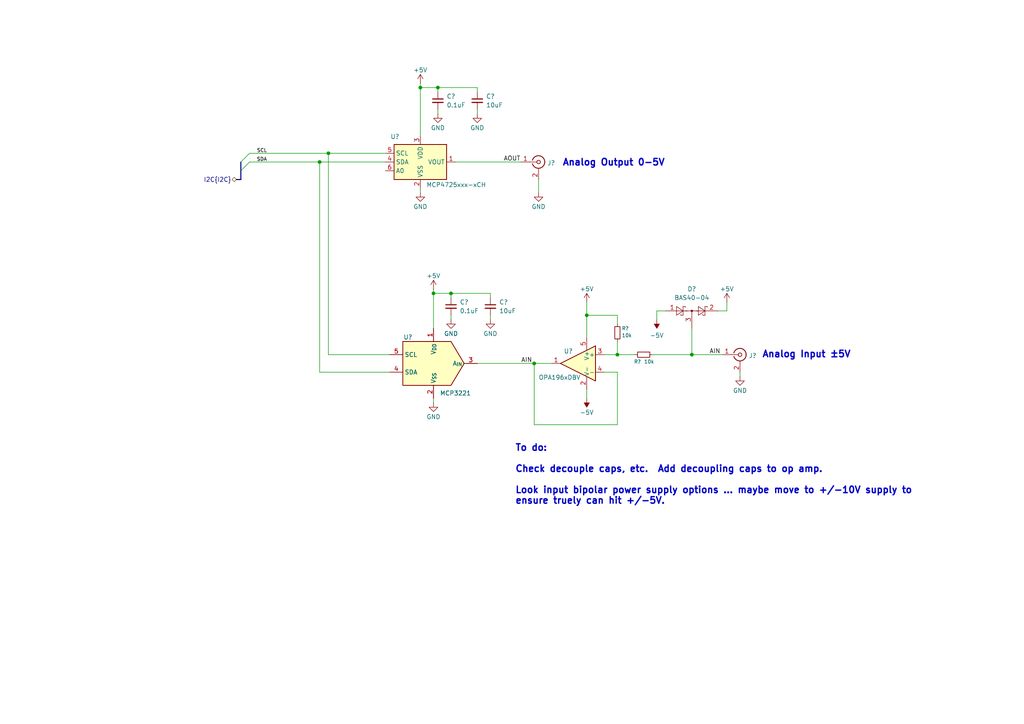
<source format=kicad_sch>
(kicad_sch (version 20250114) (generator "eeschema") (generator_version "9.0")
  (paper "A4")
  (lib_symbols
    (symbol "Amplifier_Operational:OPA196xDBV" (pin_names (offset 0.127))
      (property "Reference" "U" (at -1.27 6.35 0))
      (property "Value" "OPA196xDBV" (at -1.27 3.81 0))
      (symbol "OPA196xDBV_0_1"
        (polyline (pts (xy -5.08 5.08) (xy 5.08 0) (xy -5.08 -5.08) (xy -5.08 5.08)) (stroke (width 0.254)) (fill (type background)))
        (pin power_in line (at -2.54 7.62 270) (length 3.81) (name "V+") (number "5"))
        (pin power_in line (at -2.54 -7.62 90) (length 3.81) (name "V-") (number "2"))
      )
      (symbol "OPA196xDBV_1_1"
        (pin input line (at -7.62 2.54 0) (length 2.54) (name "+") (number "3"))
        (pin input line (at -7.62 -2.54 0) (length 2.54) (name "-") (number "4"))
        (pin output line (at 7.62 0 180) (length 2.54) (name "~") (number "1"))
      )
    )
    (symbol "Analog_ADC:MCP3221"
      (property "Reference" "U" (at -7.112 7.874 0))
      (property "Value" "MCP3221" (at 7.62 7.874 0))
      (symbol "MCP3221_0_1"
        (polyline (pts (xy -5.08 6.35) (xy 8.89 6.35) (xy 8.89 0) (xy 8.89 -6.35) (xy -5.08 -6.35) (xy -8.89 0) (xy -5.08 6.35)) (stroke (width 0.254)) (fill (type background)))
      )
      (symbol "MCP3221_1_1"
        (pin input line (at -12.7 0 0) (length 3.81) (name "A_{IN}") (number "3"))
        (pin power_in line (at 0 10.16 270) (length 3.81) (name "V_{DD}") (number "1"))
        (pin power_in line (at 0 -10.16 90) (length 3.81) (name "V_{SS}") (number "2"))
        (pin input line (at 12.7 2.54 180) (length 3.81) (name "SCL") (number "5"))
        (pin bidirectional line (at 12.7 -2.54 180) (length 3.81) (name "SDA") (number "4"))
      )
    )
    (symbol "Analog_DAC:MCP4725xxx-xCH"
      (property "Reference" "U" (at -6.35 6.35 0))
      (property "Value" "MCP4725xxx-xCH" (at 8.89 6.35 0))
      (symbol "MCP4725xxx-xCH_0_1"
        (rectangle (start -7.62 5.08) (end 7.62 -5.08) (stroke (width 0.254)) (fill (type background)))
      )
      (symbol "MCP4725xxx-xCH_1_1"
        (pin input line (at -10.16 2.54 0) (length 2.54) (name "SCL") (number "5"))
        (pin bidirectional line (at -10.16 0 0) (length 2.54) (name "SDA") (number "4"))
        (pin input line (at -10.16 -2.54 0) (length 2.54) (name "A0") (number "6"))
        (pin power_in line (at 0 7.62 270) (length 2.54) (name "VDD") (number "3"))
        (pin power_in line (at 0 -7.62 90) (length 2.54) (name "VSS") (number "2"))
        (pin output line (at 10.16 0 180) (length 2.54) (name "VOUT") (number "1"))
      )
    )
    (symbol "Connector:Conn_Coaxial" (pin_names (offset 1.016) (hide yes))
      (property "Reference" "J" (at 0.254 3.048 0))
      (property "Value" "Conn_Coaxial" (at 2.921 0 90))
      (symbol "Conn_Coaxial_0_1"
        (polyline (pts (xy -2.54 0) (xy -0.508 0)))
        (arc (start 1.778 0) (mid 0.222 -1.8079) (end -1.778 -0.508) (stroke (width 0.254)))
        (arc (start -1.778 0.508) (mid 0.2221 1.8084) (end 1.778 0) (stroke (width 0.254)))
        (circle (center 0 0) (radius 0.508) (stroke (width 0.2032)))
        (polyline (pts (xy 0 -2.54) (xy 0 -1.778)))
      )
      (symbol "Conn_Coaxial_1_1"
        (pin passive line (at -5.08 0 0) (length 2.54) (name "In") (number "1"))
        (pin passive line (at 0 -5.08 90) (length 2.54) (name "Ext") (number "2"))
      )
    )
    (symbol "Device:C_Small" (pin_numbers (hide yes)) (pin_names (offset 0.254) (hide yes))
      (property "Reference" "C" (at 0.254 1.778 0))
      (property "Value" "C_Small" (at 0.254 -2.032 0))
      (symbol "C_Small_0_1"
        (polyline (pts (xy -1.524 0.508) (xy 1.524 0.508)) (stroke (width 0.3048)))
        (polyline (pts (xy -1.524 -0.508) (xy 1.524 -0.508)) (stroke (width 0.3302)))
      )
      (symbol "C_Small_1_1"
        (pin passive line (at 0 2.54 270) (length 2.032) (name "~") (number "1"))
        (pin passive line (at 0 -2.54 90) (length 2.032) (name "~") (number "2"))
      )
    )
    (symbol "Device:R_Small" (pin_numbers (hide yes)) (pin_names (offset 0.254) (hide yes))
      (property "Reference" "R" (at 0 0 90))
      (property "Value" "R_Small" (at 1.778 0 90))
      (symbol "R_Small_0_1"
        (rectangle (start -0.762 1.778) (end 0.762 -1.778) (stroke (width 0.2032)))
      )
      (symbol "R_Small_1_1"
        (pin passive line (at 0 2.54 270) (length 0.762) (name "~") (number "1"))
        (pin passive line (at 0 -2.54 90) (length 0.762) (name "~") (number "2"))
      )
    )
    (symbol "Diode:BAS40-04" (pin_names (offset 1.016))
      (property "Reference" "D" (at 0.635 -1.27 0))
      (property "Value" "BAS40-04" (at -6.35 5.715 0))
      (symbol "BAS40-04_0_1"
        (polyline (pts (xy -4.445 3.81) (xy -4.445 1.27) (xy -2.54 2.54) (xy -4.445 3.81)))
        (polyline (pts (xy -3.81 2.54) (xy -1.27 2.54)))
        (polyline (pts (xy -3.175 1.27) (xy -3.175 1.524)))
        (polyline (pts (xy -2.54 3.81) (xy -1.905 3.81)))
        (polyline (pts (xy -2.54 1.27) (xy -3.175 1.27)))
        (polyline (pts (xy -2.54 1.27) (xy -2.54 3.81)))
        (polyline (pts (xy -1.905 3.81) (xy -1.905 3.556)))
        (polyline (pts (xy -1.905 2.54) (xy 1.905 2.54)))
        (circle (center 0 2.54) (radius 0.254) (fill (type outline)))
        (polyline (pts (xy 1.27 2.54) (xy 3.81 2.54)))
        (polyline (pts (xy 1.905 3.81) (xy 1.905 1.27) (xy 3.81 2.54) (xy 1.905 3.81)))
        (polyline (pts (xy 3.175 1.27) (xy 3.175 1.524)))
        (polyline (pts (xy 3.81 3.81) (xy 4.445 3.81)))
        (polyline (pts (xy 3.81 1.27) (xy 3.175 1.27)))
        (polyline (pts (xy 3.81 1.27) (xy 3.81 3.81)))
        (polyline (pts (xy 4.445 3.81) (xy 4.445 3.556)))
      )
      (symbol "BAS40-04_1_1"
        (pin passive line (at -7.62 2.54 0) (length 3.81) (name "~") (number "1"))
        (pin passive line (at 0 -2.54 90) (length 5.08) (name "~") (number "3"))
        (pin passive line (at 7.62 2.54 180) (length 3.81) (name "~") (number "2"))
      )
    )
    (symbol "power:+5V" (power) (pin_numbers (hide yes)) (pin_names (offset 0) (hide yes))
      (property "Value" "+5V" (at 0 3.556 0))
      (symbol "+5V_0_1"
        (polyline (pts (xy -0.762 1.27) (xy 0 2.54)))
        (polyline (pts (xy 0 2.54) (xy 0.762 1.27)))
        (polyline (pts (xy 0 0) (xy 0 2.54)))
      )
      (symbol "+5V_1_1"
        (pin power_in line (at 0 0 90) (length 0) (name "~") (number "1"))
      )
    )
    (symbol "power:-5V" (power) (pin_numbers (hide yes)) (pin_names (offset 0) (hide yes))
      (property "Value" "-5V" (at 0 3.556 0))
      (symbol "-5V_0_0"
        (pin power_in line (at 0 0 90) (length 0) (name "~") (number "1"))
      )
      (symbol "-5V_0_1"
        (polyline (pts (xy 0 0) (xy 0 1.27) (xy 0.762 1.27) (xy 0 2.54) (xy -0.762 1.27) (xy 0 1.27)) (fill (type outline)))
      )
    )
    (symbol "power:GND" (power) (pin_names (offset 0))
      (property "Value" "GND" (at 0 -3.81 0))
      (symbol "GND_0_1"
        (polyline (pts (xy 0 0) (xy 0 -1.27) (xy 1.27 -1.27) (xy 0 -2.54) (xy -1.27 -1.27) (xy 0 -1.27)))
      )
      (symbol "GND_1_1"
        (pin power_in line (at 0 0 270) (length 0) (hide yes) (name "GND") (number "1"))
      )
    )
  )
  (text "Analog Output 0-5V" (at 163.068 47.244 0) (effects (font (size 1.905 1.905) (thickness 0.381) (bold yes)) (justify left)))
  (text "Analog Input ±5V" (at 220.98 102.87 0) (effects (font (size 1.905 1.905) (thickness 0.381) (bold yes)) (justify left)))
  (text "To do: \n\nCheck decouple caps, etc.  Add decoupling caps to op amp. \n\nLook input bipolar power supply options ... maybe move to +/-10V supply to \nensure truely can hit +/-5V. " (at 149.352 137.668 0) (effects (font (size 1.905 1.905) (thickness 0.381) (bold yes)) (justify left)))
  (junction (at 170.18 91.44))
  (junction (at 127 25.4))
  (junction (at 200.66 102.87))
  (junction (at 92.71 46.99))
  (junction (at 130.81 85.09))
  (junction (at 95.25 44.45))
  (junction (at 121.92 25.4))
  (junction (at 125.73 85.09))
  (junction (at 154.94 105.41))
  (junction (at 179.07 102.87))
  (bus_entry (at 69.85 46.99) (size 2.54 -2.54))
  (bus_entry (at 69.85 49.53) (size 2.54 -2.54))
  (bus (pts (xy 69.85 52.07) (xy 68.58 52.07)))
  (wire (pts (xy 132.08 46.99) (xy 151.13 46.99)))
  (wire (pts (xy 92.71 107.95) (xy 113.03 107.95)))
  (wire (pts (xy 95.25 44.45) (xy 111.76 44.45)))
  (wire (pts (xy 138.43 105.41) (xy 154.94 105.41)))
  (wire (pts (xy 127 25.4) (xy 138.43 25.4)))
  (wire (pts (xy 170.18 113.03) (xy 170.18 115.57)))
  (wire (pts (xy 179.07 91.44) (xy 179.07 93.98)))
  (wire (pts (xy 210.82 87.63) (xy 210.82 90.17)))
  (wire (pts (xy 154.94 105.41) (xy 160.02 105.41)))
  (wire (pts (xy 130.81 85.09) (xy 125.73 85.09)))
  (wire (pts (xy 179.07 102.87) (xy 184.15 102.87)))
  (wire (pts (xy 138.43 33.02) (xy 138.43 31.75)))
  (wire (pts (xy 190.5 90.17) (xy 190.5 92.71)))
  (wire (pts (xy 200.66 102.87) (xy 209.55 102.87)))
  (wire (pts (xy 189.23 102.87) (xy 200.66 102.87)))
  (wire (pts (xy 154.94 105.41) (xy 154.94 123.19)))
  (wire (pts (xy 170.18 91.44) (xy 170.18 97.79)))
  (wire (pts (xy 121.92 24.13) (xy 121.92 25.4)))
  (wire (pts (xy 121.92 25.4) (xy 121.92 39.37)))
  (wire (pts (xy 208.28 90.17) (xy 210.82 90.17)))
  (wire (pts (xy 127 26.67) (xy 127 25.4)))
  (wire (pts (xy 121.92 54.61) (xy 121.92 55.88)))
  (wire (pts (xy 142.24 85.09) (xy 142.24 86.36)))
  (wire (pts (xy 92.71 46.99) (xy 111.76 46.99)))
  (wire (pts (xy 170.18 91.44) (xy 179.07 91.44)))
  (wire (pts (xy 170.18 87.63) (xy 170.18 91.44)))
  (bus (pts (xy 69.85 46.99) (xy 69.85 49.53)))
  (wire (pts (xy 125.73 115.57) (xy 125.73 116.84)))
  (wire (pts (xy 179.07 102.87) (xy 179.07 99.06)))
  (wire (pts (xy 142.24 92.71) (xy 142.24 91.44)))
  (bus (pts (xy 69.85 49.53) (xy 69.85 52.07)))
  (wire (pts (xy 125.73 83.82) (xy 125.73 85.09)))
  (wire (pts (xy 125.73 85.09) (xy 125.73 95.25)))
  (wire (pts (xy 95.25 102.87) (xy 113.03 102.87)))
  (wire (pts (xy 179.07 107.95) (xy 175.26 107.95)))
  (wire (pts (xy 92.71 46.99) (xy 92.71 107.95)))
  (wire (pts (xy 193.04 90.17) (xy 190.5 90.17)))
  (wire (pts (xy 154.94 123.19) (xy 179.07 123.19)))
  (wire (pts (xy 138.43 25.4) (xy 138.43 26.67)))
  (wire (pts (xy 175.26 102.87) (xy 179.07 102.87)))
  (wire (pts (xy 130.81 86.36) (xy 130.81 85.09)))
  (wire (pts (xy 214.63 107.95) (xy 214.63 109.22)))
  (wire (pts (xy 127 25.4) (xy 121.92 25.4)))
  (wire (pts (xy 130.81 91.44) (xy 130.81 92.71)))
  (wire (pts (xy 95.25 44.45) (xy 95.25 102.87)))
  (wire (pts (xy 72.39 46.99) (xy 92.71 46.99)))
  (wire (pts (xy 200.66 95.25) (xy 200.66 102.87)))
  (wire (pts (xy 130.81 85.09) (xy 142.24 85.09)))
  (wire (pts (xy 156.21 52.07) (xy 156.21 55.88)))
  (wire (pts (xy 72.39 44.45) (xy 95.25 44.45)))
  (wire (pts (xy 179.07 123.19) (xy 179.07 107.95)))
  (wire (pts (xy 127 31.75) (xy 127 33.02)))
  (label "SDA" (at 77.47 46.99 180) (effects (font (size 1.016 1.016))))
  (label "AIN" (at 205.74 102.87 0))
  (label "AIN" (at 151.13 105.41 0))
  (label "SCL" (at 77.47 44.45 180) (effects (font (size 1.016 1.016))))
  (label "AOUT" (at 146.05 46.99 0))
  (hierarchical_label "I2C{I2C}" (shape bidirectional) (at 68.58 52.07 180))
  (symbol (lib_id "Device:C_Small") (at 142.24 88.9 0) (unit 1)
    (property "Reference" "C?" (at 144.78 87.6362 0) (effects (justify left)))
    (property "Value" "10uF" (at 144.78 90.1762 0) (effects (justify left)))
    (property "Description" "Unpolarized capacitor, small symbol" (effects (hide yes)))
  )
  (symbol (lib_id "Device:C_Small") (at 138.43 29.21 0) (unit 1)
    (property "Reference" "C?" (at 140.97 27.9462 0) (effects (justify left)))
    (property "Value" "10uF" (at 140.97 30.4862 0) (effects (justify left)))
    (property "Description" "Unpolarized capacitor, small symbol" (effects (hide yes)))
  )
  (symbol (lib_id "power:GND") (at 214.63 109.22 0) (mirror y) (unit 1)
    (property "Reference" "#PWR0359" (effects (hide yes)))
    (property "Value" "GND" (at 214.63 113.284 0))
  )
  (symbol (lib_id "power:+5V") (at 125.73 83.82 0) (unit 1)
    (property "Reference" "#PWR0364" (effects (hide yes)))
    (property "Value" "+5V" (at 125.73 80.01 0))
    (property "Description" "Power symbol creates a global label with name \"+5V\"" (effects (hide yes)))
  )
  (symbol (lib_id "Amplifier_Operational:OPA196xDBV") (at 167.64 105.41 0) (mirror y) (unit 1)
    (property "Reference" "U?" (at 164.846 101.854 0))
    (property "Value" "OPA196xDBV" (at 162.306 109.474 0))
    (property "Footprint" "Package_TO_SOT_SMD:SOT-23-5" (effects (hide yes)))
    (property "Datasheet" "http://www.ti.com/lit/ds/symlink/opa4196.pdf" (effects (hide yes)))
    (property "Description" "Single, Low-Power, Low Offset Voltage, Rail-to-Rail Operational Amplifier, SOT-23-5" (effects (hide yes)))
  )
  (symbol (lib_id "power:GND") (at 125.73 116.84 0) (mirror y) (unit 1)
    (property "Reference" "#PWR0360" (effects (hide yes)))
    (property "Value" "GND" (at 125.73 120.904 0))
  )
  (symbol (lib_id "Device:R_Small") (at 186.69 102.87 90) (unit 1)
    (property "Reference" "R?" (at 185.928 104.902 90) (effects (font (size 1.016 1.016)) (justify left)))
    (property "Value" "10k" (at 189.738 104.902 90) (effects (font (size 1.016 1.016)) (justify left)))
    (property "Description" "Resistor, small symbol" (effects (hide yes)))
  )
  (symbol (lib_id "power:-5V") (at 190.5 92.71 180) (unit 1)
    (property "Reference" "#PWR0372" (effects (hide yes)))
    (property "Value" "-5V" (at 190.5 97.282 0))
    (property "Description" "Power symbol creates a global label with name \"-5V\"" (effects (hide yes)))
  )
  (symbol (lib_id "power:GND") (at 121.92 55.88 0) (mirror y) (unit 1)
    (property "Reference" "#PWR0361" (effects (hide yes)))
    (property "Value" "GND" (at 121.92 59.944 0))
  )
  (symbol (lib_id "Device:C_Small") (at 127 29.21 0) (unit 1)
    (property "Reference" "C?" (at 129.54 27.9462 0) (effects (justify left)))
    (property "Value" "0.1uF" (at 129.54 30.4862 0) (effects (justify left)))
    (property "Description" "Unpolarized capacitor, small symbol" (effects (hide yes)))
  )
  (symbol (lib_id "Device:C_Small") (at 130.81 88.9 0) (unit 1)
    (property "Reference" "C?" (at 133.35 87.6362 0) (effects (justify left)))
    (property "Value" "0.1uF" (at 133.35 90.1762 0) (effects (justify left)))
    (property "Description" "Unpolarized capacitor, small symbol" (effects (hide yes)))
  )
  (symbol (lib_id "power:-5V") (at 170.18 115.57 180) (unit 1)
    (property "Reference" "#PWR0365" (effects (hide yes)))
    (property "Value" "-5V" (at 170.18 119.634 0))
    (property "Description" "Power symbol creates a global label with name \"-5V\"" (effects (hide yes)))
  )
  (symbol (lib_id "Diode:BAS40-04") (at 200.66 92.71 0) (unit 1)
    (property "Reference" "D?" (at 200.66 83.82 0))
    (property "Value" "BAS40-04" (at 200.66 86.36 0))
    (property "Footprint" "Package_TO_SOT_SMD:SOT-23" (effects (hide yes)))
    (property "Datasheet" "http://www.vishay.com/docs/85701/bas40v.pdf" (effects (hide yes)))
    (property "Description" "40V 0.2A Dual Small Signal Schottky Diodes" (effects (hide yes)))
  )
  (symbol (lib_id "power:GND") (at 138.43 33.02 0) (mirror y) (unit 1)
    (property "Reference" "#PWR0370" (effects (hide yes)))
    (property "Value" "GND" (at 138.43 37.084 0))
  )
  (symbol (lib_id "Connector:Conn_Coaxial") (at 214.63 102.87 0) (unit 1)
    (property "Reference" "J?" (at 217.17 103.1631 0) (effects (justify left)))
    (property "Value" "Conn_Coaxial" (effects (hide yes)))
    (property "Description" "coaxial connector (BNC, SMA, SMB, SMC, Cinch/RCA, LEMO, ...)" (effects (hide yes)))
  )
  (symbol (lib_id "Analog_ADC:MCP3221") (at 125.73 105.41 0) (mirror y) (unit 1)
    (property "Reference" "U?" (at 119.634 97.79 0) (effects (justify left)))
    (property "Value" "MCP3221" (at 136.652 114.046 0) (effects (justify left)))
    (property "Footprint" "Package_TO_SOT_SMD:SOT-23-5" (effects (hide yes)))
    (property "Datasheet" "https://ww1.microchip.com/downloads/en/devicedoc/20001732e.pdf" (effects (hide yes)))
    (property "Description" "Single channel 12bit SAR Analog to Digital Converter, I2C Interface, SOT-23-5" (effects (hide yes)))
  )
  (symbol (lib_id "power:+5V") (at 121.92 24.13 0) (unit 1)
    (property "Reference" "#PWR0363" (effects (hide yes)))
    (property "Value" "+5V" (at 121.92 20.32 0))
    (property "Description" "Power symbol creates a global label with name \"+5V\"" (effects (hide yes)))
  )
  (symbol (lib_id "power:GND") (at 127 33.02 0) (mirror y) (unit 1)
    (property "Reference" "#PWR0369" (effects (hide yes)))
    (property "Value" "GND" (at 127 37.084 0))
  )
  (symbol (lib_id "power:GND") (at 130.81 92.71 0) (mirror y) (unit 1)
    (property "Reference" "#PWR0366" (effects (hide yes)))
    (property "Value" "GND" (at 130.81 96.774 0))
  )
  (symbol (lib_id "power:+5V") (at 210.82 87.63 0) (unit 1)
    (property "Reference" "#PWR0371" (effects (hide yes)))
    (property "Value" "+5V" (at 210.82 83.82 0))
    (property "Description" "Power symbol creates a global label with name \"+5V\"" (effects (hide yes)))
  )
  (symbol (lib_id "power:+5V") (at 170.18 87.63 0) (unit 1)
    (property "Reference" "#PWR0362" (effects (hide yes)))
    (property "Value" "+5V" (at 170.18 83.82 0))
    (property "Description" "Power symbol creates a global label with name \"+5V\"" (effects (hide yes)))
  )
  (symbol (lib_id "Analog_DAC:MCP4725xxx-xCH") (at 121.92 46.99 0) (unit 1)
    (property "Reference" "U?" (at 114.554 39.624 0))
    (property "Value" "MCP4725xxx-xCH" (at 132.334 53.594 0))
    (property "Footprint" "Package_TO_SOT_SMD:SOT-23-6" (effects (hide yes)))
    (property "Datasheet" "http://ww1.microchip.com/downloads/en/DeviceDoc/22039d.pdf" (effects (hide yes)))
    (property "Description" "12-bit Digital-to-Analog Converter, integrated EEPROM, I2C interface, SOT-23-6" (effects (hide yes)))
  )
  (symbol (lib_id "Device:R_Small") (at 179.07 96.52 0) (unit 1)
    (property "Reference" "R?" (at 180.34 95.25 0) (effects (font (size 1.016 1.016)) (justify left)))
    (property "Value" "10k" (at 180.34 97.282 0) (effects (font (size 1.016 1.016)) (justify left)))
    (property "Description" "Resistor, small symbol" (effects (hide yes)))
  )
  (symbol (lib_id "Connector:Conn_Coaxial") (at 156.21 46.99 0) (unit 1)
    (property "Reference" "J?" (at 158.75 47.2831 0) (effects (justify left)))
    (property "Value" "Conn_Coaxial" (effects (hide yes)))
    (property "Description" "coaxial connector (BNC, SMA, SMB, SMC, Cinch/RCA, LEMO, ...)" (effects (hide yes)))
  )
  (symbol (lib_id "power:GND") (at 142.24 92.71 0) (mirror y) (unit 1)
    (property "Reference" "#PWR0367" (effects (hide yes)))
    (property "Value" "GND" (at 142.24 96.774 0))
  )
  (symbol (lib_id "power:GND") (at 156.21 55.88 0) (mirror y) (unit 1)
    (property "Reference" "#PWR0358" (effects (hide yes)))
    (property "Value" "GND" (at 156.21 59.944 0))
  )
)
</source>
